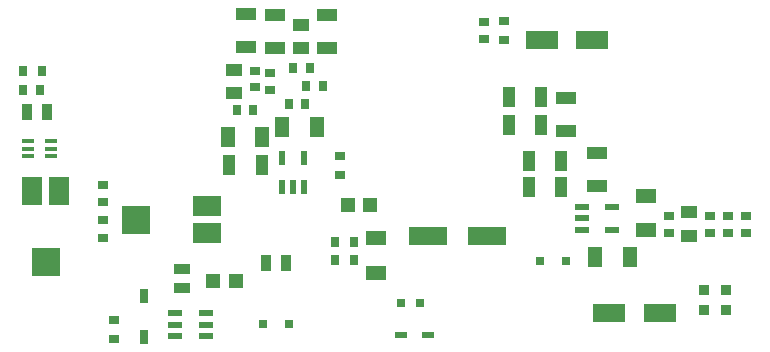
<source format=gtp>
G04 #@! TF.GenerationSoftware,KiCad,Pcbnew,7.0.9*
G04 #@! TF.CreationDate,2023-12-08T16:12:54+01:00*
G04 #@! TF.ProjectId,2023_PiezoPreamp,32303233-5f50-4696-957a-6f507265616d,rev?*
G04 #@! TF.SameCoordinates,PX2625a00PY1c22260*
G04 #@! TF.FileFunction,Paste,Top*
G04 #@! TF.FilePolarity,Positive*
%FSLAX46Y46*%
G04 Gerber Fmt 4.6, Leading zero omitted, Abs format (unit mm)*
G04 Created by KiCad (PCBNEW 7.0.9) date 2023-12-08 16:12:54*
%MOMM*%
%LPD*%
G01*
G04 APERTURE LIST*
%ADD10R,1.000000X0.400000*%
%ADD11R,1.150000X0.600000*%
%ADD12R,1.200000X0.600000*%
%ADD13R,0.600000X1.200000*%
%ADD14R,2.800000X1.600000*%
%ADD15R,3.200000X1.600000*%
%ADD16R,0.800000X0.800000*%
%ADD17R,0.750000X1.200000*%
%ADD18R,1.150000X1.820000*%
%ADD19R,1.820000X1.150000*%
%ADD20R,1.470000X1.000000*%
%ADD21R,2.400000X1.800000*%
%ADD22R,2.400000X2.400000*%
%ADD23R,1.800000X2.400000*%
%ADD24R,1.150000X1.800000*%
%ADD25R,0.750000X0.940000*%
%ADD26R,0.940000X0.750000*%
%ADD27R,1.075000X0.500000*%
%ADD28R,1.070000X1.820000*%
%ADD29R,0.950000X0.800000*%
%ADD30R,0.800000X0.950000*%
%ADD31R,1.470000X0.970000*%
%ADD32R,0.970000X1.470000*%
%ADD33R,1.150000X1.150000*%
%ADD34R,1.820000X1.070000*%
%ADD35R,0.900000X0.650000*%
%ADD36R,1.800000X1.150000*%
%ADD37R,0.650000X0.900000*%
%ADD38R,0.863600X0.965200*%
G04 APERTURE END LIST*
D10*
X3600000Y-18450000D03*
X3600000Y-17800000D03*
X3600000Y-17150000D03*
X1600000Y-17150000D03*
X1600000Y-17800000D03*
X1600000Y-18450000D03*
D11*
X14100000Y-31750000D03*
X14100000Y-32700000D03*
X14100000Y-33650000D03*
X16700000Y-33650000D03*
X16700000Y-32700000D03*
X16700000Y-31750000D03*
D12*
X48550000Y-22750000D03*
X48550000Y-23700000D03*
X48550000Y-24650000D03*
X51050000Y-24650000D03*
X51050000Y-22750000D03*
D13*
X23100000Y-21050000D03*
X24050000Y-21050000D03*
X25000000Y-21050000D03*
X25000000Y-18550000D03*
X23100000Y-18550000D03*
D14*
X49400000Y-8600000D03*
X45100000Y-8600000D03*
X55100000Y-31750000D03*
X50800000Y-31750000D03*
D15*
X35500000Y-25200000D03*
X40500000Y-25200000D03*
D16*
X33175000Y-30900000D03*
X34825000Y-30900000D03*
D17*
X11400000Y-30300000D03*
X11400000Y-33700000D03*
D18*
X18550000Y-16800000D03*
X21450000Y-16800000D03*
D19*
X31050000Y-28300000D03*
X31050000Y-25400000D03*
D18*
X49650000Y-27000000D03*
X52550000Y-27000000D03*
D20*
X24750000Y-7300000D03*
X24750000Y-9300000D03*
X19100000Y-13100000D03*
X19100000Y-11100000D03*
X57575000Y-25200000D03*
X57575000Y-23200000D03*
D21*
X16800000Y-22625000D03*
D22*
X10800000Y-23800000D03*
D21*
X16800000Y-24975000D03*
D23*
X1925000Y-21400000D03*
D22*
X3100000Y-27400000D03*
D23*
X4275000Y-21400000D03*
D24*
X26050000Y-15950000D03*
X23150000Y-15950000D03*
D25*
X23700000Y-14050000D03*
X25100000Y-14050000D03*
D26*
X59350000Y-24925000D03*
X59350000Y-23525000D03*
D27*
X33188000Y-33600000D03*
X35512000Y-33600000D03*
D26*
X60875000Y-24925000D03*
X60875000Y-23525000D03*
D28*
X45080000Y-13400000D03*
X42320000Y-13400000D03*
D25*
X19300000Y-14550000D03*
X20700000Y-14550000D03*
D29*
X8000000Y-25400000D03*
X8000000Y-23800000D03*
D30*
X27600000Y-25700000D03*
X29200000Y-25700000D03*
D31*
X14630000Y-27970000D03*
X14630000Y-29630000D03*
D29*
X28000000Y-20050000D03*
X28000000Y-18450000D03*
D28*
X44020000Y-21050000D03*
X46780000Y-21050000D03*
D16*
X21520000Y-32660000D03*
X23720000Y-32660000D03*
D30*
X2800000Y-11200000D03*
X1200000Y-11200000D03*
D28*
X18670000Y-19150000D03*
X21430000Y-19150000D03*
D32*
X3230000Y-14700000D03*
X1570000Y-14700000D03*
D33*
X19190000Y-29000000D03*
X17290000Y-29000000D03*
D34*
X49800000Y-18170000D03*
X49800000Y-20930000D03*
X26900000Y-9280000D03*
X26900000Y-6520000D03*
X22500000Y-6520000D03*
X22500000Y-9280000D03*
D29*
X8900000Y-33900000D03*
X8900000Y-32300000D03*
D35*
X8000000Y-22325000D03*
X8000000Y-20875000D03*
D29*
X41900000Y-8600000D03*
X41900000Y-7000000D03*
D26*
X22100000Y-12800000D03*
X22100000Y-11400000D03*
X20800000Y-12600000D03*
X20800000Y-11200000D03*
D28*
X45080000Y-15800000D03*
X42320000Y-15800000D03*
D36*
X53950000Y-24700000D03*
X53950000Y-21800000D03*
D28*
X44020000Y-18800000D03*
X46780000Y-18800000D03*
D16*
X45000000Y-27300000D03*
X47200000Y-27300000D03*
D37*
X26625000Y-12500000D03*
X25175000Y-12500000D03*
D38*
X60750000Y-31476300D03*
X60750000Y-29723700D03*
D37*
X25525000Y-10950000D03*
X24075000Y-10950000D03*
D33*
X30600000Y-22600000D03*
X28700000Y-22600000D03*
D26*
X55850000Y-24925000D03*
X55850000Y-23525000D03*
D37*
X2625000Y-12800000D03*
X1175000Y-12800000D03*
D26*
X62400000Y-24925000D03*
X62400000Y-23525000D03*
D34*
X47150000Y-16280000D03*
X47150000Y-13520000D03*
D30*
X29200000Y-27200000D03*
X27600000Y-27200000D03*
D35*
X40200000Y-8525000D03*
X40200000Y-7075000D03*
D38*
X58850000Y-31476300D03*
X58850000Y-29723700D03*
D34*
X20100000Y-6420000D03*
X20100000Y-9180000D03*
D32*
X23430000Y-27500000D03*
X21770000Y-27500000D03*
M02*

</source>
